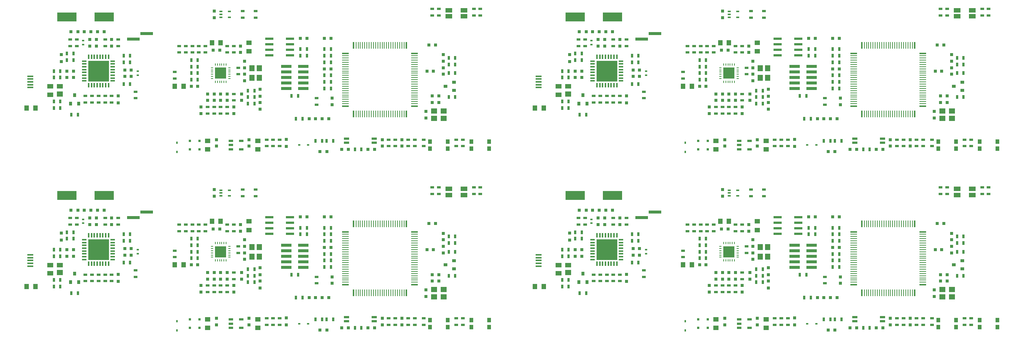
<source format=gbr>
G04 #@! TF.GenerationSoftware,KiCad,Pcbnew,(5.1.2)-1*
G04 #@! TF.CreationDate,2019-11-15T20:45:12-03:00*
G04 #@! TF.ProjectId,TP3-panel,5450332d-7061-46e6-956c-2e6b69636164,v1.0*
G04 #@! TF.SameCoordinates,Original*
G04 #@! TF.FileFunction,Paste,Top*
G04 #@! TF.FilePolarity,Positive*
%FSLAX46Y46*%
G04 Gerber Fmt 4.6, Leading zero omitted, Abs format (unit mm)*
G04 Created by KiCad (PCBNEW (5.1.2)-1) date 2019-11-15 20:45:12*
%MOMM*%
%LPD*%
G04 APERTURE LIST*
%ADD10C,0.100000*%
%ADD11R,0.900000X0.500000*%
%ADD12R,0.600000X0.450000*%
%ADD13R,0.450000X0.600000*%
%ADD14R,1.400000X1.000000*%
%ADD15R,1.400000X1.200000*%
%ADD16R,0.500000X0.500000*%
%ADD17R,2.400000X0.740000*%
%ADD18R,0.600000X0.400000*%
%ADD19R,0.800000X0.800000*%
%ADD20R,0.500000X0.900000*%
%ADD21R,0.900000X1.000000*%
%ADD22R,0.750000X0.800000*%
%ADD23R,0.800000X0.900000*%
%ADD24R,1.200000X0.600000*%
%ADD25R,1.200000X1.400000*%
%ADD26R,0.800000X0.750000*%
%ADD27R,1.250000X1.000000*%
%ADD28R,0.900000X0.800000*%
%ADD29R,4.500000X2.000000*%
%ADD30R,1.000000X1.250000*%
%ADD31R,0.650000X0.400000*%
%ADD32R,1.500000X1.000000*%
%ADD33R,2.590800X2.590800*%
%ADD34R,0.203200X0.609600*%
%ADD35R,0.609600X0.203200*%
%ADD36R,1.981200X0.558800*%
%ADD37R,1.117600X0.482600*%
%ADD38R,1.500000X0.400000*%
%ADD39R,1.500000X0.280000*%
%ADD40R,0.400000X1.500000*%
%ADD41R,0.280000X1.500000*%
%ADD42R,3.000000X0.650000*%
%ADD43R,0.310000X0.990000*%
%ADD44R,0.990000X0.310000*%
%ADD45R,4.700000X4.700000*%
%ADD46R,1.350000X0.400000*%
G04 APERTURE END LIST*
D10*
G36*
X173505000Y-107345333D02*
G01*
X173505000Y-109005000D01*
X171845333Y-109005000D01*
X171845333Y-107345333D01*
X173505000Y-107345333D01*
G37*
G36*
X171155000Y-104992420D02*
G01*
X171155000Y-106655000D01*
X169492420Y-106655000D01*
X169492420Y-104992420D01*
X171155000Y-104992420D01*
G37*
G36*
X173505000Y-104991290D02*
G01*
X173505000Y-106655000D01*
X171845638Y-106655000D01*
X171845638Y-104991290D01*
X173505000Y-104991290D01*
G37*
G36*
X171155000Y-107345158D02*
G01*
X171155000Y-109005000D01*
X169494080Y-109005000D01*
X169494080Y-107345158D01*
X171155000Y-107345158D01*
G37*
G36*
X57005000Y-107345333D02*
G01*
X57005000Y-109005000D01*
X55345333Y-109005000D01*
X55345333Y-107345333D01*
X57005000Y-107345333D01*
G37*
G36*
X54655000Y-104992420D02*
G01*
X54655000Y-106655000D01*
X52992420Y-106655000D01*
X52992420Y-104992420D01*
X54655000Y-104992420D01*
G37*
G36*
X57005000Y-104991290D02*
G01*
X57005000Y-106655000D01*
X55345638Y-106655000D01*
X55345638Y-104991290D01*
X57005000Y-104991290D01*
G37*
G36*
X54655000Y-107345158D02*
G01*
X54655000Y-109005000D01*
X52994080Y-109005000D01*
X52994080Y-107345158D01*
X54655000Y-107345158D01*
G37*
G36*
X173505000Y-66345333D02*
G01*
X173505000Y-68005000D01*
X171845333Y-68005000D01*
X171845333Y-66345333D01*
X173505000Y-66345333D01*
G37*
G36*
X171155000Y-63992420D02*
G01*
X171155000Y-65655000D01*
X169492420Y-65655000D01*
X169492420Y-63992420D01*
X171155000Y-63992420D01*
G37*
G36*
X173505000Y-63991290D02*
G01*
X173505000Y-65655000D01*
X171845638Y-65655000D01*
X171845638Y-63991290D01*
X173505000Y-63991290D01*
G37*
G36*
X171155000Y-66345158D02*
G01*
X171155000Y-68005000D01*
X169494080Y-68005000D01*
X169494080Y-66345158D01*
X171155000Y-66345158D01*
G37*
G36*
X54655000Y-66345158D02*
G01*
X54655000Y-68005000D01*
X52994080Y-68005000D01*
X52994080Y-66345158D01*
X54655000Y-66345158D01*
G37*
G36*
X57005000Y-63991290D02*
G01*
X57005000Y-65655000D01*
X55345638Y-65655000D01*
X55345638Y-63991290D01*
X57005000Y-63991290D01*
G37*
G36*
X54655000Y-63992420D02*
G01*
X54655000Y-65655000D01*
X52992420Y-65655000D01*
X52992420Y-63992420D01*
X54655000Y-63992420D01*
G37*
G36*
X57005000Y-66345333D02*
G01*
X57005000Y-68005000D01*
X55345333Y-68005000D01*
X55345333Y-66345333D01*
X57005000Y-66345333D01*
G37*
D11*
X189000000Y-108750000D03*
X189000000Y-107250000D03*
X72500000Y-108750000D03*
X72500000Y-107250000D03*
X189000000Y-67750000D03*
X189000000Y-66250000D03*
D12*
X219550000Y-124000000D03*
X217450000Y-124000000D03*
X103050000Y-124000000D03*
X100950000Y-124000000D03*
X219550000Y-83000000D03*
X217450000Y-83000000D03*
D13*
X189500000Y-123450000D03*
X189500000Y-125550000D03*
X73000000Y-123450000D03*
X73000000Y-125550000D03*
X189500000Y-82450000D03*
X189500000Y-84550000D03*
D14*
X160400000Y-112450000D03*
X160400000Y-110550000D03*
X162600000Y-110550000D03*
D15*
X162600000Y-112270000D03*
D14*
X43900000Y-112450000D03*
X43900000Y-110550000D03*
X46100000Y-110550000D03*
D15*
X46100000Y-112270000D03*
D14*
X160400000Y-71450000D03*
X160400000Y-69550000D03*
X162600000Y-69550000D03*
D15*
X162600000Y-71270000D03*
D16*
X192400000Y-123000000D03*
X194600000Y-123000000D03*
X75900000Y-123000000D03*
X78100000Y-123000000D03*
X192400000Y-82000000D03*
X194600000Y-82000000D03*
X192400000Y-125000000D03*
X194600000Y-125000000D03*
X75900000Y-125000000D03*
X78100000Y-125000000D03*
X192400000Y-84000000D03*
X194600000Y-84000000D03*
D17*
X218450000Y-111040000D03*
X214550000Y-111040000D03*
X218450000Y-109770000D03*
X214550000Y-109770000D03*
X218450000Y-108500000D03*
X214550000Y-108500000D03*
X218450000Y-107230000D03*
X214550000Y-107230000D03*
X218450000Y-105960000D03*
X214550000Y-105960000D03*
X101950000Y-111040000D03*
X98050000Y-111040000D03*
X101950000Y-109770000D03*
X98050000Y-109770000D03*
X101950000Y-108500000D03*
X98050000Y-108500000D03*
X101950000Y-107230000D03*
X98050000Y-107230000D03*
X101950000Y-105960000D03*
X98050000Y-105960000D03*
X218450000Y-70040000D03*
X214550000Y-70040000D03*
X218450000Y-68770000D03*
X214550000Y-68770000D03*
X218450000Y-67500000D03*
X214550000Y-67500000D03*
X218450000Y-66230000D03*
X214550000Y-66230000D03*
X218450000Y-64960000D03*
X214550000Y-64960000D03*
D18*
X168000000Y-100950000D03*
X168000000Y-100050000D03*
X51500000Y-100950000D03*
X51500000Y-100050000D03*
X168000000Y-59950000D03*
X168000000Y-59050000D03*
D19*
X214500000Y-122700000D03*
X214500000Y-124300000D03*
X98000000Y-122700000D03*
X98000000Y-124300000D03*
X214500000Y-81700000D03*
X214500000Y-83300000D03*
D20*
X218250000Y-118000000D03*
X216750000Y-118000000D03*
X101750000Y-118000000D03*
X100250000Y-118000000D03*
X218250000Y-77000000D03*
X216750000Y-77000000D03*
D21*
X251550000Y-124800000D03*
X251550000Y-123200000D03*
X247450000Y-124800000D03*
X247450000Y-123200000D03*
X135050000Y-124800000D03*
X135050000Y-123200000D03*
X130950000Y-124800000D03*
X130950000Y-123200000D03*
X251550000Y-83800000D03*
X251550000Y-82200000D03*
X247450000Y-83800000D03*
X247450000Y-82200000D03*
D19*
X223800000Y-125500000D03*
X222200000Y-125500000D03*
X107300000Y-125500000D03*
X105700000Y-125500000D03*
X223800000Y-84500000D03*
X222200000Y-84500000D03*
X176000000Y-114300000D03*
X176000000Y-112700000D03*
X59500000Y-114300000D03*
X59500000Y-112700000D03*
X176000000Y-73300000D03*
X176000000Y-71700000D03*
X163000000Y-104800000D03*
X163000000Y-103200000D03*
X46500000Y-104800000D03*
X46500000Y-103200000D03*
X163000000Y-63800000D03*
X163000000Y-62200000D03*
D22*
X225000000Y-113250000D03*
X225000000Y-114750000D03*
X108500000Y-113250000D03*
X108500000Y-114750000D03*
X225000000Y-72250000D03*
X225000000Y-73750000D03*
D23*
X166000000Y-112500000D03*
X166950000Y-114500000D03*
X165050000Y-114500000D03*
X49500000Y-112500000D03*
X50450000Y-114500000D03*
X48550000Y-114500000D03*
X166000000Y-71500000D03*
X166950000Y-73500000D03*
X165050000Y-73500000D03*
D24*
X228350000Y-122550000D03*
X234650000Y-122550000D03*
X234650000Y-123450000D03*
X228350000Y-123450000D03*
X111850000Y-122550000D03*
X118150000Y-122550000D03*
X118150000Y-123450000D03*
X111850000Y-123450000D03*
X228350000Y-81550000D03*
X234650000Y-81550000D03*
X234650000Y-82450000D03*
X228350000Y-82450000D03*
D25*
X208350000Y-106400000D03*
X208350000Y-108600000D03*
X206650000Y-108600000D03*
X206650000Y-106400000D03*
X91850000Y-106400000D03*
X91850000Y-108600000D03*
X90150000Y-108600000D03*
X90150000Y-106400000D03*
X208350000Y-65400000D03*
X208350000Y-67600000D03*
X206650000Y-67600000D03*
X206650000Y-65400000D03*
D26*
X194250000Y-110500000D03*
X192750000Y-110500000D03*
X77750000Y-110500000D03*
X76250000Y-110500000D03*
X194250000Y-69500000D03*
X192750000Y-69500000D03*
X248750000Y-101000000D03*
X247250000Y-101000000D03*
X132250000Y-101000000D03*
X130750000Y-101000000D03*
X248750000Y-60000000D03*
X247250000Y-60000000D03*
D22*
X241000000Y-124250000D03*
X241000000Y-122750000D03*
X124500000Y-124250000D03*
X124500000Y-122750000D03*
X241000000Y-83250000D03*
X241000000Y-81750000D03*
X202500000Y-116750000D03*
X202500000Y-115250000D03*
X86000000Y-116750000D03*
X86000000Y-115250000D03*
X202500000Y-75750000D03*
X202500000Y-74250000D03*
X248000000Y-112750000D03*
X248000000Y-114250000D03*
X131500000Y-112750000D03*
X131500000Y-114250000D03*
X248000000Y-71750000D03*
X248000000Y-73250000D03*
D19*
X208500000Y-112800000D03*
X208500000Y-111200000D03*
X92000000Y-112800000D03*
X92000000Y-111200000D03*
X208500000Y-71800000D03*
X208500000Y-70200000D03*
D21*
X261050000Y-124800000D03*
X261050000Y-123200000D03*
X256950000Y-124800000D03*
X256950000Y-123200000D03*
X144550000Y-124800000D03*
X144550000Y-123200000D03*
X140450000Y-124800000D03*
X140450000Y-123200000D03*
X261050000Y-83800000D03*
X261050000Y-82200000D03*
X256950000Y-83800000D03*
X256950000Y-82200000D03*
D27*
X206000000Y-100500000D03*
X206000000Y-102500000D03*
X89500000Y-100500000D03*
X89500000Y-102500000D03*
X206000000Y-59500000D03*
X206000000Y-61500000D03*
D26*
X248250000Y-107000000D03*
X246750000Y-107000000D03*
X131750000Y-107000000D03*
X130250000Y-107000000D03*
X248250000Y-66000000D03*
X246750000Y-66000000D03*
X224250000Y-118000000D03*
X222750000Y-118000000D03*
X107750000Y-118000000D03*
X106250000Y-118000000D03*
X224250000Y-77000000D03*
X222750000Y-77000000D03*
D22*
X195000000Y-116750000D03*
X195000000Y-115250000D03*
X78500000Y-116750000D03*
X78500000Y-115250000D03*
X195000000Y-75750000D03*
X195000000Y-74250000D03*
X198000000Y-112250000D03*
X198000000Y-113750000D03*
X81500000Y-112250000D03*
X81500000Y-113750000D03*
X198000000Y-71250000D03*
X198000000Y-72750000D03*
D28*
X251000000Y-110500000D03*
X253000000Y-109550000D03*
X253000000Y-111450000D03*
X134500000Y-110500000D03*
X136500000Y-109550000D03*
X136500000Y-111450000D03*
X251000000Y-69500000D03*
X253000000Y-68550000D03*
X253000000Y-70450000D03*
D29*
X164250000Y-94600000D03*
X172750000Y-94600000D03*
X47750000Y-94600000D03*
X56250000Y-94600000D03*
X164250000Y-53600000D03*
X172750000Y-53600000D03*
D30*
X189000000Y-110500000D03*
X191000000Y-110500000D03*
X72500000Y-110500000D03*
X74500000Y-110500000D03*
X189000000Y-69500000D03*
X191000000Y-69500000D03*
D20*
X162750000Y-115500000D03*
X161250000Y-115500000D03*
X46250000Y-115500000D03*
X44750000Y-115500000D03*
X162750000Y-74500000D03*
X161250000Y-74500000D03*
D19*
X208500000Y-115800000D03*
X208500000Y-114200000D03*
X92000000Y-115800000D03*
X92000000Y-114200000D03*
X208500000Y-74800000D03*
X208500000Y-73200000D03*
D22*
X249500000Y-112750000D03*
X249500000Y-114250000D03*
X133000000Y-112750000D03*
X133000000Y-114250000D03*
X249500000Y-71750000D03*
X249500000Y-73250000D03*
D26*
X233250000Y-125000000D03*
X234750000Y-125000000D03*
X116750000Y-125000000D03*
X118250000Y-125000000D03*
X233250000Y-84000000D03*
X234750000Y-84000000D03*
X224750000Y-99500000D03*
X223250000Y-99500000D03*
X108250000Y-99500000D03*
X106750000Y-99500000D03*
X224750000Y-58500000D03*
X223250000Y-58500000D03*
D18*
X180500000Y-107050000D03*
X180500000Y-107950000D03*
X64000000Y-107050000D03*
X64000000Y-107950000D03*
X180500000Y-66050000D03*
X180500000Y-66950000D03*
D19*
X166800000Y-98000000D03*
X165200000Y-98000000D03*
X50300000Y-98000000D03*
X48700000Y-98000000D03*
X166800000Y-57000000D03*
X165200000Y-57000000D03*
D15*
X250600000Y-117850000D03*
X248400000Y-117850000D03*
X248400000Y-116150000D03*
X250600000Y-116150000D03*
X134100000Y-117850000D03*
X131900000Y-117850000D03*
X131900000Y-116150000D03*
X134100000Y-116150000D03*
X250600000Y-76850000D03*
X248400000Y-76850000D03*
X248400000Y-75150000D03*
X250600000Y-75150000D03*
D22*
X250500000Y-103250000D03*
X250500000Y-104750000D03*
X134000000Y-103250000D03*
X134000000Y-104750000D03*
X250500000Y-62250000D03*
X250500000Y-63750000D03*
X250500000Y-106250000D03*
X250500000Y-107750000D03*
X134000000Y-106250000D03*
X134000000Y-107750000D03*
X250500000Y-65250000D03*
X250500000Y-66750000D03*
X236500000Y-124250000D03*
X236500000Y-122750000D03*
X120000000Y-124250000D03*
X120000000Y-122750000D03*
X236500000Y-83250000D03*
X236500000Y-81750000D03*
X204250000Y-113750000D03*
X204250000Y-112250000D03*
X87750000Y-113750000D03*
X87750000Y-112250000D03*
X204250000Y-72750000D03*
X204250000Y-71250000D03*
D31*
X201450000Y-93350000D03*
X201450000Y-94650000D03*
X199550000Y-94000000D03*
X199550000Y-94650000D03*
X199550000Y-93350000D03*
X84950000Y-93350000D03*
X84950000Y-94650000D03*
X83050000Y-94000000D03*
X83050000Y-94650000D03*
X83050000Y-93350000D03*
X201450000Y-52350000D03*
X201450000Y-53650000D03*
X199550000Y-53000000D03*
X199550000Y-53650000D03*
X199550000Y-52350000D03*
D26*
X227250000Y-125000000D03*
X228750000Y-125000000D03*
X110750000Y-125000000D03*
X112250000Y-125000000D03*
X227250000Y-84000000D03*
X228750000Y-84000000D03*
X197750000Y-102250000D03*
X199250000Y-102250000D03*
X81250000Y-102250000D03*
X82750000Y-102250000D03*
X197750000Y-61250000D03*
X199250000Y-61250000D03*
X224750000Y-106500000D03*
X223250000Y-106500000D03*
X108250000Y-106500000D03*
X106750000Y-106500000D03*
X224750000Y-65500000D03*
X223250000Y-65500000D03*
D22*
X204000000Y-102750000D03*
X204000000Y-101250000D03*
X87500000Y-102750000D03*
X87500000Y-101250000D03*
X204000000Y-61750000D03*
X204000000Y-60250000D03*
D30*
X199500000Y-100500000D03*
X197500000Y-100500000D03*
X83000000Y-100500000D03*
X81000000Y-100500000D03*
X199500000Y-59500000D03*
X197500000Y-59500000D03*
D22*
X246500000Y-116250000D03*
X246500000Y-117750000D03*
X130000000Y-116250000D03*
X130000000Y-117750000D03*
X246500000Y-75250000D03*
X246500000Y-76750000D03*
D26*
X219750000Y-118000000D03*
X221250000Y-118000000D03*
X103250000Y-118000000D03*
X104750000Y-118000000D03*
X219750000Y-77000000D03*
X221250000Y-77000000D03*
D22*
X196500000Y-112250000D03*
X196500000Y-113750000D03*
X80000000Y-112250000D03*
X80000000Y-113750000D03*
X196500000Y-71250000D03*
X196500000Y-72750000D03*
D26*
X165750000Y-107000000D03*
X164250000Y-107000000D03*
X49250000Y-107000000D03*
X47750000Y-107000000D03*
X165750000Y-66000000D03*
X164250000Y-66000000D03*
X217750000Y-99500000D03*
X219250000Y-99500000D03*
X101250000Y-99500000D03*
X102750000Y-99500000D03*
X217750000Y-58500000D03*
X219250000Y-58500000D03*
D22*
X171000000Y-101250000D03*
X171000000Y-99750000D03*
X54500000Y-101250000D03*
X54500000Y-99750000D03*
X171000000Y-60250000D03*
X171000000Y-58750000D03*
X205000000Y-106250000D03*
X205000000Y-104750000D03*
X88500000Y-106250000D03*
X88500000Y-104750000D03*
X205000000Y-65250000D03*
X205000000Y-63750000D03*
X174500000Y-101250000D03*
X174500000Y-99750000D03*
X58000000Y-101250000D03*
X58000000Y-99750000D03*
X174500000Y-60250000D03*
X174500000Y-58750000D03*
X198500000Y-124250000D03*
X198500000Y-122750000D03*
X82000000Y-124250000D03*
X82000000Y-122750000D03*
X198500000Y-83250000D03*
X198500000Y-81750000D03*
X205000000Y-107750000D03*
X205000000Y-109250000D03*
X88500000Y-107750000D03*
X88500000Y-109250000D03*
X205000000Y-66750000D03*
X205000000Y-68250000D03*
X169500000Y-101250000D03*
X169500000Y-99750000D03*
X53000000Y-101250000D03*
X53000000Y-99750000D03*
X169500000Y-60250000D03*
X169500000Y-58750000D03*
X198000000Y-94750000D03*
X198000000Y-93250000D03*
X81500000Y-94750000D03*
X81500000Y-93250000D03*
X198000000Y-53750000D03*
X198000000Y-52250000D03*
X179000000Y-108250000D03*
X179000000Y-106750000D03*
X62500000Y-108250000D03*
X62500000Y-106750000D03*
X179000000Y-67250000D03*
X179000000Y-65750000D03*
D26*
X168250000Y-98000000D03*
X169750000Y-98000000D03*
X51750000Y-98000000D03*
X53250000Y-98000000D03*
X168250000Y-57000000D03*
X169750000Y-57000000D03*
X165750000Y-108500000D03*
X164250000Y-108500000D03*
X49250000Y-108500000D03*
X47750000Y-108500000D03*
X165750000Y-67500000D03*
X164250000Y-67500000D03*
D30*
X155000000Y-115500000D03*
X157000000Y-115500000D03*
X38500000Y-115500000D03*
X40500000Y-115500000D03*
X155000000Y-74500000D03*
X157000000Y-74500000D03*
D27*
X196500000Y-123000000D03*
X196500000Y-125000000D03*
X80000000Y-123000000D03*
X80000000Y-125000000D03*
X196500000Y-82000000D03*
X196500000Y-84000000D03*
D22*
X201000000Y-112250000D03*
X201000000Y-113750000D03*
X84500000Y-112250000D03*
X84500000Y-113750000D03*
X201000000Y-71250000D03*
X201000000Y-72750000D03*
X177500000Y-108250000D03*
X177500000Y-106750000D03*
X61000000Y-108250000D03*
X61000000Y-106750000D03*
X177500000Y-67250000D03*
X177500000Y-65750000D03*
X199500000Y-112250000D03*
X199500000Y-113750000D03*
X83000000Y-112250000D03*
X83000000Y-113750000D03*
X199500000Y-71250000D03*
X199500000Y-72750000D03*
D26*
X171250000Y-98000000D03*
X172750000Y-98000000D03*
X54750000Y-98000000D03*
X56250000Y-98000000D03*
X171250000Y-57000000D03*
X172750000Y-57000000D03*
D22*
X206000000Y-124250000D03*
X206000000Y-122750000D03*
X89500000Y-124250000D03*
X89500000Y-122750000D03*
X206000000Y-83250000D03*
X206000000Y-81750000D03*
D27*
X208000000Y-123000000D03*
X208000000Y-125000000D03*
X91500000Y-123000000D03*
X91500000Y-125000000D03*
X208000000Y-82000000D03*
X208000000Y-84000000D03*
D20*
X223250000Y-108000000D03*
X224750000Y-108000000D03*
X106750000Y-108000000D03*
X108250000Y-108000000D03*
X223250000Y-67000000D03*
X224750000Y-67000000D03*
D11*
X249500000Y-92750000D03*
X249500000Y-94250000D03*
X133000000Y-92750000D03*
X133000000Y-94250000D03*
X249500000Y-51750000D03*
X249500000Y-53250000D03*
X248000000Y-94250000D03*
X248000000Y-92750000D03*
X131500000Y-94250000D03*
X131500000Y-92750000D03*
X248000000Y-53250000D03*
X248000000Y-51750000D03*
D20*
X253250000Y-113000000D03*
X251750000Y-113000000D03*
X136750000Y-113000000D03*
X135250000Y-113000000D03*
X253250000Y-72000000D03*
X251750000Y-72000000D03*
D11*
X257500000Y-94250000D03*
X257500000Y-92750000D03*
X141000000Y-94250000D03*
X141000000Y-92750000D03*
X257500000Y-53250000D03*
X257500000Y-51750000D03*
X259000000Y-94250000D03*
X259000000Y-92750000D03*
X142500000Y-94250000D03*
X142500000Y-92750000D03*
X259000000Y-53250000D03*
X259000000Y-51750000D03*
D20*
X253250000Y-107500000D03*
X251750000Y-107500000D03*
X136750000Y-107500000D03*
X135250000Y-107500000D03*
X253250000Y-66500000D03*
X251750000Y-66500000D03*
D11*
X242500000Y-122750000D03*
X242500000Y-124250000D03*
X126000000Y-122750000D03*
X126000000Y-124250000D03*
X242500000Y-81750000D03*
X242500000Y-83250000D03*
X244000000Y-122750000D03*
X244000000Y-124250000D03*
X127500000Y-122750000D03*
X127500000Y-124250000D03*
X244000000Y-81750000D03*
X244000000Y-83250000D03*
D20*
X223250000Y-103500000D03*
X224750000Y-103500000D03*
X106750000Y-103500000D03*
X108250000Y-103500000D03*
X223250000Y-62500000D03*
X224750000Y-62500000D03*
X215750000Y-112750000D03*
X217250000Y-112750000D03*
X99250000Y-112750000D03*
X100750000Y-112750000D03*
X215750000Y-71750000D03*
X217250000Y-71750000D03*
X253250000Y-105500000D03*
X251750000Y-105500000D03*
X136750000Y-105500000D03*
X135250000Y-105500000D03*
X253250000Y-64500000D03*
X251750000Y-64500000D03*
X253250000Y-104000000D03*
X251750000Y-104000000D03*
X136750000Y-104000000D03*
X135250000Y-104000000D03*
X253250000Y-63000000D03*
X251750000Y-63000000D03*
X223250000Y-105000000D03*
X224750000Y-105000000D03*
X106750000Y-105000000D03*
X108250000Y-105000000D03*
X223250000Y-64000000D03*
X224750000Y-64000000D03*
X223250000Y-102000000D03*
X224750000Y-102000000D03*
X106750000Y-102000000D03*
X108250000Y-102000000D03*
X223250000Y-61000000D03*
X224750000Y-61000000D03*
X223250000Y-111000000D03*
X224750000Y-111000000D03*
X106750000Y-111000000D03*
X108250000Y-111000000D03*
X223250000Y-70000000D03*
X224750000Y-70000000D03*
D11*
X239500000Y-122750000D03*
X239500000Y-124250000D03*
X123000000Y-122750000D03*
X123000000Y-124250000D03*
X239500000Y-81750000D03*
X239500000Y-83250000D03*
D20*
X223750000Y-123000000D03*
X225250000Y-123000000D03*
X107250000Y-123000000D03*
X108750000Y-123000000D03*
X223750000Y-82000000D03*
X225250000Y-82000000D03*
X221250000Y-123000000D03*
X222750000Y-123000000D03*
X104750000Y-123000000D03*
X106250000Y-123000000D03*
X221250000Y-82000000D03*
X222750000Y-82000000D03*
X231750000Y-125000000D03*
X230250000Y-125000000D03*
X115250000Y-125000000D03*
X113750000Y-125000000D03*
X231750000Y-84000000D03*
X230250000Y-84000000D03*
D11*
X246000000Y-122750000D03*
X246000000Y-124250000D03*
X129500000Y-122750000D03*
X129500000Y-124250000D03*
X246000000Y-81750000D03*
X246000000Y-83250000D03*
X201000000Y-115250000D03*
X201000000Y-116750000D03*
X84500000Y-115250000D03*
X84500000Y-116750000D03*
X201000000Y-74250000D03*
X201000000Y-75750000D03*
X201000000Y-101250000D03*
X201000000Y-102750000D03*
X84500000Y-101250000D03*
X84500000Y-102750000D03*
X201000000Y-60250000D03*
X201000000Y-61750000D03*
X193000000Y-102750000D03*
X193000000Y-101250000D03*
X76500000Y-102750000D03*
X76500000Y-101250000D03*
X193000000Y-61750000D03*
X193000000Y-60250000D03*
X202500000Y-112250000D03*
X202500000Y-113750000D03*
X86000000Y-112250000D03*
X86000000Y-113750000D03*
X202500000Y-71250000D03*
X202500000Y-72750000D03*
D20*
X161250000Y-114000000D03*
X162750000Y-114000000D03*
X44750000Y-114000000D03*
X46250000Y-114000000D03*
X161250000Y-73000000D03*
X162750000Y-73000000D03*
X217750000Y-103500000D03*
X219250000Y-103500000D03*
X101250000Y-103500000D03*
X102750000Y-103500000D03*
X217750000Y-62500000D03*
X219250000Y-62500000D03*
X177250000Y-110000000D03*
X178750000Y-110000000D03*
X60750000Y-110000000D03*
X62250000Y-110000000D03*
X177250000Y-69000000D03*
X178750000Y-69000000D03*
X192750000Y-107500000D03*
X194250000Y-107500000D03*
X76250000Y-107500000D03*
X77750000Y-107500000D03*
X192750000Y-66500000D03*
X194250000Y-66500000D03*
D11*
X210000000Y-122750000D03*
X210000000Y-124250000D03*
X93500000Y-122750000D03*
X93500000Y-124250000D03*
X210000000Y-81750000D03*
X210000000Y-83250000D03*
X170000000Y-112750000D03*
X170000000Y-114250000D03*
X53500000Y-112750000D03*
X53500000Y-114250000D03*
X170000000Y-71750000D03*
X170000000Y-73250000D03*
X196500000Y-115250000D03*
X196500000Y-116750000D03*
X80000000Y-115250000D03*
X80000000Y-116750000D03*
X196500000Y-74250000D03*
X196500000Y-75750000D03*
X204500000Y-93250000D03*
X204500000Y-94750000D03*
X88000000Y-93250000D03*
X88000000Y-94750000D03*
X204500000Y-52250000D03*
X204500000Y-53750000D03*
X196000000Y-101250000D03*
X196000000Y-102750000D03*
X79500000Y-101250000D03*
X79500000Y-102750000D03*
X196000000Y-60250000D03*
X196000000Y-61750000D03*
X191500000Y-101250000D03*
X191500000Y-102750000D03*
X75000000Y-101250000D03*
X75000000Y-102750000D03*
X191500000Y-60250000D03*
X191500000Y-61750000D03*
D20*
X192750000Y-109000000D03*
X194250000Y-109000000D03*
X76250000Y-109000000D03*
X77750000Y-109000000D03*
X192750000Y-68000000D03*
X194250000Y-68000000D03*
X192750000Y-106000000D03*
X194250000Y-106000000D03*
X76250000Y-106000000D03*
X77750000Y-106000000D03*
X192750000Y-65000000D03*
X194250000Y-65000000D03*
X164250000Y-103000000D03*
X165750000Y-103000000D03*
X47750000Y-103000000D03*
X49250000Y-103000000D03*
X164250000Y-62000000D03*
X165750000Y-62000000D03*
D11*
X171500000Y-112750000D03*
X171500000Y-114250000D03*
X55000000Y-112750000D03*
X55000000Y-114250000D03*
X171500000Y-71750000D03*
X171500000Y-73250000D03*
X190000000Y-102750000D03*
X190000000Y-101250000D03*
X73500000Y-102750000D03*
X73500000Y-101250000D03*
X190000000Y-61750000D03*
X190000000Y-60250000D03*
D20*
X192750000Y-104500000D03*
X194250000Y-104500000D03*
X76250000Y-104500000D03*
X77750000Y-104500000D03*
X192750000Y-63500000D03*
X194250000Y-63500000D03*
D11*
X176000000Y-99750000D03*
X176000000Y-101250000D03*
X59500000Y-99750000D03*
X59500000Y-101250000D03*
X176000000Y-58750000D03*
X176000000Y-60250000D03*
X165000000Y-101250000D03*
X165000000Y-99750000D03*
X48500000Y-101250000D03*
X48500000Y-99750000D03*
X165000000Y-60250000D03*
X165000000Y-58750000D03*
D20*
X177250000Y-105000000D03*
X178750000Y-105000000D03*
X60750000Y-105000000D03*
X62250000Y-105000000D03*
X177250000Y-64000000D03*
X178750000Y-64000000D03*
D11*
X207500000Y-93250000D03*
X207500000Y-94750000D03*
X91000000Y-93250000D03*
X91000000Y-94750000D03*
X207500000Y-52250000D03*
X207500000Y-53750000D03*
X168500000Y-114250000D03*
X168500000Y-112750000D03*
X52000000Y-114250000D03*
X52000000Y-112750000D03*
X168500000Y-73250000D03*
X168500000Y-71750000D03*
D20*
X161250000Y-108500000D03*
X162750000Y-108500000D03*
X44750000Y-108500000D03*
X46250000Y-108500000D03*
X161250000Y-67500000D03*
X162750000Y-67500000D03*
X205750000Y-111500000D03*
X207250000Y-111500000D03*
X89250000Y-111500000D03*
X90750000Y-111500000D03*
X205750000Y-70500000D03*
X207250000Y-70500000D03*
D11*
X202500000Y-101250000D03*
X202500000Y-102750000D03*
X86000000Y-101250000D03*
X86000000Y-102750000D03*
X202500000Y-60250000D03*
X202500000Y-61750000D03*
X198000000Y-115250000D03*
X198000000Y-116750000D03*
X81500000Y-115250000D03*
X81500000Y-116750000D03*
X198000000Y-74250000D03*
X198000000Y-75750000D03*
D20*
X223250000Y-109500000D03*
X224750000Y-109500000D03*
X106750000Y-109500000D03*
X108250000Y-109500000D03*
X223250000Y-68500000D03*
X224750000Y-68500000D03*
D11*
X194500000Y-101250000D03*
X194500000Y-102750000D03*
X78000000Y-101250000D03*
X78000000Y-102750000D03*
X194500000Y-60250000D03*
X194500000Y-61750000D03*
D20*
X205750000Y-114500000D03*
X207250000Y-114500000D03*
X89250000Y-114500000D03*
X90750000Y-114500000D03*
X205750000Y-73500000D03*
X207250000Y-73500000D03*
D11*
X173000000Y-101250000D03*
X173000000Y-99750000D03*
X56500000Y-101250000D03*
X56500000Y-99750000D03*
X173000000Y-60250000D03*
X173000000Y-58750000D03*
D20*
X217750000Y-102000000D03*
X219250000Y-102000000D03*
X101250000Y-102000000D03*
X102750000Y-102000000D03*
X217750000Y-61000000D03*
X219250000Y-61000000D03*
D11*
X180000000Y-113250000D03*
X180000000Y-111750000D03*
X63500000Y-113250000D03*
X63500000Y-111750000D03*
X180000000Y-72250000D03*
X180000000Y-70750000D03*
X255000000Y-122750000D03*
X255000000Y-124250000D03*
X138500000Y-122750000D03*
X138500000Y-124250000D03*
X255000000Y-81750000D03*
X255000000Y-83250000D03*
X199500000Y-115250000D03*
X199500000Y-116750000D03*
X83000000Y-115250000D03*
X83000000Y-116750000D03*
X199500000Y-74250000D03*
X199500000Y-75750000D03*
X173000000Y-112750000D03*
X173000000Y-114250000D03*
X56500000Y-112750000D03*
X56500000Y-114250000D03*
X173000000Y-71750000D03*
X173000000Y-73250000D03*
X203500000Y-106250000D03*
X203500000Y-107750000D03*
X87000000Y-106250000D03*
X87000000Y-107750000D03*
X203500000Y-65250000D03*
X203500000Y-66750000D03*
D20*
X166750000Y-117000000D03*
X165250000Y-117000000D03*
X50250000Y-117000000D03*
X48750000Y-117000000D03*
X166750000Y-76000000D03*
X165250000Y-76000000D03*
X161250000Y-107000000D03*
X162750000Y-107000000D03*
X44750000Y-107000000D03*
X46250000Y-107000000D03*
X161250000Y-66000000D03*
X162750000Y-66000000D03*
D11*
X174500000Y-112750000D03*
X174500000Y-114250000D03*
X58000000Y-112750000D03*
X58000000Y-114250000D03*
X174500000Y-71750000D03*
X174500000Y-73250000D03*
X213000000Y-124250000D03*
X213000000Y-122750000D03*
X96500000Y-124250000D03*
X96500000Y-122750000D03*
X213000000Y-83250000D03*
X213000000Y-81750000D03*
X221500000Y-114750000D03*
X221500000Y-113250000D03*
X105000000Y-114750000D03*
X105000000Y-113250000D03*
X221500000Y-73750000D03*
X221500000Y-72250000D03*
X166500000Y-101250000D03*
X166500000Y-99750000D03*
X50000000Y-101250000D03*
X50000000Y-99750000D03*
X166500000Y-60250000D03*
X166500000Y-58750000D03*
D20*
X165750000Y-104500000D03*
X164250000Y-104500000D03*
X49250000Y-104500000D03*
X47750000Y-104500000D03*
X165750000Y-63500000D03*
X164250000Y-63500000D03*
D11*
X211500000Y-122750000D03*
X211500000Y-124250000D03*
X95000000Y-122750000D03*
X95000000Y-124250000D03*
X211500000Y-81750000D03*
X211500000Y-83250000D03*
D20*
X177250000Y-103500000D03*
X178750000Y-103500000D03*
X60750000Y-103500000D03*
X62250000Y-103500000D03*
X177250000Y-62500000D03*
X178750000Y-62500000D03*
D32*
X255250000Y-94450000D03*
X255250000Y-93050000D03*
X251750000Y-94450000D03*
X251750000Y-93050000D03*
X138750000Y-94450000D03*
X138750000Y-93050000D03*
X135250000Y-94450000D03*
X135250000Y-93050000D03*
X255250000Y-53450000D03*
X255250000Y-52050000D03*
X251750000Y-53450000D03*
X251750000Y-52050000D03*
D20*
X205750000Y-113000000D03*
X207250000Y-113000000D03*
X89250000Y-113000000D03*
X90750000Y-113000000D03*
X205750000Y-72000000D03*
X207250000Y-72000000D03*
D11*
X238000000Y-124250000D03*
X238000000Y-122750000D03*
X121500000Y-124250000D03*
X121500000Y-122750000D03*
X238000000Y-83250000D03*
X238000000Y-81750000D03*
D33*
X199500000Y-107500000D03*
D34*
X200750000Y-109506600D03*
X200250001Y-109506600D03*
X199750000Y-109506600D03*
X199250000Y-109506600D03*
X198749999Y-109506600D03*
X198250000Y-109506600D03*
D35*
X197493400Y-108750000D03*
X197493400Y-108250001D03*
X197493400Y-107750000D03*
X197493400Y-107250000D03*
X197493400Y-106749999D03*
X197493400Y-106250000D03*
D34*
X198250000Y-105493400D03*
X198749999Y-105493400D03*
X199250000Y-105493400D03*
X199750000Y-105493400D03*
X200250001Y-105493400D03*
X200750000Y-105493400D03*
D35*
X201506600Y-106250000D03*
X201506600Y-106749999D03*
X201506600Y-107250000D03*
X201506600Y-107750000D03*
X201506600Y-108250001D03*
X201506600Y-108750000D03*
D33*
X83000000Y-107500000D03*
D34*
X84250000Y-109506600D03*
X83750001Y-109506600D03*
X83250000Y-109506600D03*
X82750000Y-109506600D03*
X82249999Y-109506600D03*
X81750000Y-109506600D03*
D35*
X80993400Y-108750000D03*
X80993400Y-108250001D03*
X80993400Y-107750000D03*
X80993400Y-107250000D03*
X80993400Y-106749999D03*
X80993400Y-106250000D03*
D34*
X81750000Y-105493400D03*
X82249999Y-105493400D03*
X82750000Y-105493400D03*
X83250000Y-105493400D03*
X83750001Y-105493400D03*
X84250000Y-105493400D03*
D35*
X85006600Y-106250000D03*
X85006600Y-106749999D03*
X85006600Y-107250000D03*
X85006600Y-107750000D03*
X85006600Y-108250001D03*
X85006600Y-108750000D03*
D33*
X199500000Y-66500000D03*
D34*
X200750000Y-68506600D03*
X200250001Y-68506600D03*
X199750000Y-68506600D03*
X199250000Y-68506600D03*
X198749999Y-68506600D03*
X198250000Y-68506600D03*
D35*
X197493400Y-67750000D03*
X197493400Y-67250001D03*
X197493400Y-66750000D03*
X197493400Y-66250000D03*
X197493400Y-65749999D03*
X197493400Y-65250000D03*
D34*
X198250000Y-64493400D03*
X198749999Y-64493400D03*
X199250000Y-64493400D03*
X199750000Y-64493400D03*
X200250001Y-64493400D03*
X200750000Y-64493400D03*
D35*
X201506600Y-65250000D03*
X201506600Y-65749999D03*
X201506600Y-66250000D03*
X201506600Y-66750000D03*
X201506600Y-67250001D03*
X201506600Y-67750000D03*
D36*
X210637800Y-99595000D03*
X210637800Y-100865000D03*
X210637800Y-102135000D03*
X210637800Y-103405000D03*
X215362200Y-103405000D03*
X215362200Y-102135000D03*
X215362200Y-100865000D03*
X215362200Y-99595000D03*
X94137800Y-99595000D03*
X94137800Y-100865000D03*
X94137800Y-102135000D03*
X94137800Y-103405000D03*
X98862200Y-103405000D03*
X98862200Y-102135000D03*
X98862200Y-100865000D03*
X98862200Y-99595000D03*
X210637800Y-58595000D03*
X210637800Y-59865000D03*
X210637800Y-61135000D03*
X210637800Y-62405000D03*
X215362200Y-62405000D03*
X215362200Y-61135000D03*
X215362200Y-59865000D03*
X215362200Y-58595000D03*
D37*
X204193800Y-123049999D03*
X204193800Y-124950001D03*
X201806200Y-124950001D03*
X201806200Y-124000000D03*
X201806200Y-123049999D03*
X87693800Y-123049999D03*
X87693800Y-124950001D03*
X85306200Y-124950001D03*
X85306200Y-124000000D03*
X85306200Y-123049999D03*
X204193800Y-82049999D03*
X204193800Y-83950001D03*
X201806200Y-83950001D03*
X201806200Y-83000000D03*
X201806200Y-82049999D03*
D11*
X253500000Y-122750000D03*
X253500000Y-124250000D03*
X137000000Y-122750000D03*
X137000000Y-124250000D03*
X253500000Y-81750000D03*
X253500000Y-83250000D03*
D38*
X228100000Y-115060000D03*
D39*
X228100000Y-114500000D03*
X228100000Y-114000000D03*
X228100000Y-113500000D03*
X228100000Y-113000000D03*
X228100000Y-112500000D03*
X228100000Y-112000000D03*
X228100000Y-111500000D03*
X228100000Y-111000000D03*
X228100000Y-110500000D03*
X228100000Y-110000000D03*
X228100000Y-109500000D03*
X228100000Y-109000000D03*
X228100000Y-108500000D03*
X228100000Y-108000000D03*
X228100000Y-107500000D03*
X228100000Y-107000000D03*
X228100000Y-106500000D03*
X228100000Y-106000000D03*
X228100000Y-105500000D03*
X228100000Y-105000000D03*
X228100000Y-104500000D03*
X228100000Y-104000000D03*
X228100000Y-103500000D03*
D38*
X228100000Y-102940000D03*
D40*
X229940000Y-101100000D03*
D41*
X230500000Y-101100000D03*
X231000000Y-101100000D03*
X231500000Y-101100000D03*
X232000000Y-101100000D03*
X232500000Y-101100000D03*
X233000000Y-101100000D03*
X233500000Y-101100000D03*
X234000000Y-101100000D03*
X234500000Y-101100000D03*
X235000000Y-101100000D03*
X235500000Y-101100000D03*
X236000000Y-101100000D03*
X236500000Y-101100000D03*
X237000000Y-101100000D03*
X237500000Y-101100000D03*
X238000000Y-101100000D03*
X238500000Y-101100000D03*
X239000000Y-101100000D03*
X239500000Y-101100000D03*
X240000000Y-101100000D03*
X240500000Y-101100000D03*
X241000000Y-101100000D03*
X241500000Y-101100000D03*
D40*
X242060000Y-101100000D03*
D38*
X243900000Y-102940000D03*
D39*
X243900000Y-103500000D03*
X243900000Y-104000000D03*
X243900000Y-104500000D03*
X243900000Y-105000000D03*
X243900000Y-105500000D03*
X243900000Y-106000000D03*
X243900000Y-106500000D03*
X243900000Y-107000000D03*
X243900000Y-107500000D03*
X243900000Y-108000000D03*
X243900000Y-108500000D03*
X243900000Y-109000000D03*
X243900000Y-109500000D03*
X243900000Y-110000000D03*
X243900000Y-110500000D03*
X243900000Y-111000000D03*
X243900000Y-111500000D03*
X243900000Y-112000000D03*
X243900000Y-112500000D03*
X243900000Y-113000000D03*
X243900000Y-113500000D03*
X243900000Y-114000000D03*
X243900000Y-114500000D03*
D38*
X243900000Y-115060000D03*
D40*
X242060000Y-116900000D03*
D41*
X241500000Y-116900000D03*
X241000000Y-116900000D03*
X240500000Y-116900000D03*
X240000000Y-116900000D03*
X239500000Y-116900000D03*
X239000000Y-116900000D03*
X238500000Y-116900000D03*
X238000000Y-116900000D03*
X237500000Y-116900000D03*
X237000000Y-116900000D03*
X236500000Y-116900000D03*
X236000000Y-116900000D03*
X235500000Y-116900000D03*
X235000000Y-116900000D03*
X234500000Y-116900000D03*
X234000000Y-116900000D03*
X233500000Y-116900000D03*
X233000000Y-116900000D03*
X232500000Y-116900000D03*
X232000000Y-116900000D03*
X231500000Y-116900000D03*
X231000000Y-116900000D03*
X230500000Y-116900000D03*
D40*
X229940000Y-116900000D03*
D38*
X111600000Y-115060000D03*
D39*
X111600000Y-114500000D03*
X111600000Y-114000000D03*
X111600000Y-113500000D03*
X111600000Y-113000000D03*
X111600000Y-112500000D03*
X111600000Y-112000000D03*
X111600000Y-111500000D03*
X111600000Y-111000000D03*
X111600000Y-110500000D03*
X111600000Y-110000000D03*
X111600000Y-109500000D03*
X111600000Y-109000000D03*
X111600000Y-108500000D03*
X111600000Y-108000000D03*
X111600000Y-107500000D03*
X111600000Y-107000000D03*
X111600000Y-106500000D03*
X111600000Y-106000000D03*
X111600000Y-105500000D03*
X111600000Y-105000000D03*
X111600000Y-104500000D03*
X111600000Y-104000000D03*
X111600000Y-103500000D03*
D38*
X111600000Y-102940000D03*
D40*
X113440000Y-101100000D03*
D41*
X114000000Y-101100000D03*
X114500000Y-101100000D03*
X115000000Y-101100000D03*
X115500000Y-101100000D03*
X116000000Y-101100000D03*
X116500000Y-101100000D03*
X117000000Y-101100000D03*
X117500000Y-101100000D03*
X118000000Y-101100000D03*
X118500000Y-101100000D03*
X119000000Y-101100000D03*
X119500000Y-101100000D03*
X120000000Y-101100000D03*
X120500000Y-101100000D03*
X121000000Y-101100000D03*
X121500000Y-101100000D03*
X122000000Y-101100000D03*
X122500000Y-101100000D03*
X123000000Y-101100000D03*
X123500000Y-101100000D03*
X124000000Y-101100000D03*
X124500000Y-101100000D03*
X125000000Y-101100000D03*
D40*
X125560000Y-101100000D03*
D38*
X127400000Y-102940000D03*
D39*
X127400000Y-103500000D03*
X127400000Y-104000000D03*
X127400000Y-104500000D03*
X127400000Y-105000000D03*
X127400000Y-105500000D03*
X127400000Y-106000000D03*
X127400000Y-106500000D03*
X127400000Y-107000000D03*
X127400000Y-107500000D03*
X127400000Y-108000000D03*
X127400000Y-108500000D03*
X127400000Y-109000000D03*
X127400000Y-109500000D03*
X127400000Y-110000000D03*
X127400000Y-110500000D03*
X127400000Y-111000000D03*
X127400000Y-111500000D03*
X127400000Y-112000000D03*
X127400000Y-112500000D03*
X127400000Y-113000000D03*
X127400000Y-113500000D03*
X127400000Y-114000000D03*
X127400000Y-114500000D03*
D38*
X127400000Y-115060000D03*
D40*
X125560000Y-116900000D03*
D41*
X125000000Y-116900000D03*
X124500000Y-116900000D03*
X124000000Y-116900000D03*
X123500000Y-116900000D03*
X123000000Y-116900000D03*
X122500000Y-116900000D03*
X122000000Y-116900000D03*
X121500000Y-116900000D03*
X121000000Y-116900000D03*
X120500000Y-116900000D03*
X120000000Y-116900000D03*
X119500000Y-116900000D03*
X119000000Y-116900000D03*
X118500000Y-116900000D03*
X118000000Y-116900000D03*
X117500000Y-116900000D03*
X117000000Y-116900000D03*
X116500000Y-116900000D03*
X116000000Y-116900000D03*
X115500000Y-116900000D03*
X115000000Y-116900000D03*
X114500000Y-116900000D03*
X114000000Y-116900000D03*
D40*
X113440000Y-116900000D03*
D38*
X228100000Y-74060000D03*
D39*
X228100000Y-73500000D03*
X228100000Y-73000000D03*
X228100000Y-72500000D03*
X228100000Y-72000000D03*
X228100000Y-71500000D03*
X228100000Y-71000000D03*
X228100000Y-70500000D03*
X228100000Y-70000000D03*
X228100000Y-69500000D03*
X228100000Y-69000000D03*
X228100000Y-68500000D03*
X228100000Y-68000000D03*
X228100000Y-67500000D03*
X228100000Y-67000000D03*
X228100000Y-66500000D03*
X228100000Y-66000000D03*
X228100000Y-65500000D03*
X228100000Y-65000000D03*
X228100000Y-64500000D03*
X228100000Y-64000000D03*
X228100000Y-63500000D03*
X228100000Y-63000000D03*
X228100000Y-62500000D03*
D38*
X228100000Y-61940000D03*
D40*
X229940000Y-60100000D03*
D41*
X230500000Y-60100000D03*
X231000000Y-60100000D03*
X231500000Y-60100000D03*
X232000000Y-60100000D03*
X232500000Y-60100000D03*
X233000000Y-60100000D03*
X233500000Y-60100000D03*
X234000000Y-60100000D03*
X234500000Y-60100000D03*
X235000000Y-60100000D03*
X235500000Y-60100000D03*
X236000000Y-60100000D03*
X236500000Y-60100000D03*
X237000000Y-60100000D03*
X237500000Y-60100000D03*
X238000000Y-60100000D03*
X238500000Y-60100000D03*
X239000000Y-60100000D03*
X239500000Y-60100000D03*
X240000000Y-60100000D03*
X240500000Y-60100000D03*
X241000000Y-60100000D03*
X241500000Y-60100000D03*
D40*
X242060000Y-60100000D03*
D38*
X243900000Y-61940000D03*
D39*
X243900000Y-62500000D03*
X243900000Y-63000000D03*
X243900000Y-63500000D03*
X243900000Y-64000000D03*
X243900000Y-64500000D03*
X243900000Y-65000000D03*
X243900000Y-65500000D03*
X243900000Y-66000000D03*
X243900000Y-66500000D03*
X243900000Y-67000000D03*
X243900000Y-67500000D03*
X243900000Y-68000000D03*
X243900000Y-68500000D03*
X243900000Y-69000000D03*
X243900000Y-69500000D03*
X243900000Y-70000000D03*
X243900000Y-70500000D03*
X243900000Y-71000000D03*
X243900000Y-71500000D03*
X243900000Y-72000000D03*
X243900000Y-72500000D03*
X243900000Y-73000000D03*
X243900000Y-73500000D03*
D38*
X243900000Y-74060000D03*
D40*
X242060000Y-75900000D03*
D41*
X241500000Y-75900000D03*
X241000000Y-75900000D03*
X240500000Y-75900000D03*
X240000000Y-75900000D03*
X239500000Y-75900000D03*
X239000000Y-75900000D03*
X238500000Y-75900000D03*
X238000000Y-75900000D03*
X237500000Y-75900000D03*
X237000000Y-75900000D03*
X236500000Y-75900000D03*
X236000000Y-75900000D03*
X235500000Y-75900000D03*
X235000000Y-75900000D03*
X234500000Y-75900000D03*
X234000000Y-75900000D03*
X233500000Y-75900000D03*
X233000000Y-75900000D03*
X232500000Y-75900000D03*
X232000000Y-75900000D03*
X231500000Y-75900000D03*
X231000000Y-75900000D03*
X230500000Y-75900000D03*
D40*
X229940000Y-75900000D03*
D42*
X182500000Y-98365000D03*
X179500000Y-99635000D03*
X66000000Y-98365000D03*
X63000000Y-99635000D03*
X182500000Y-57365000D03*
X179500000Y-58635000D03*
D43*
X173775000Y-103730000D03*
X173125000Y-103730000D03*
X172475000Y-103730000D03*
X171825000Y-103730000D03*
X171175000Y-103730000D03*
X170525000Y-103730000D03*
X169875000Y-103730000D03*
X169225000Y-103730000D03*
D44*
X168230000Y-104725000D03*
X168230000Y-105375000D03*
X168230000Y-106025000D03*
X168230000Y-106675000D03*
X168230000Y-107325000D03*
X168230000Y-107975000D03*
X168230000Y-108625000D03*
X168230000Y-109275000D03*
D43*
X169225000Y-110270000D03*
X169875000Y-110270000D03*
X170525000Y-110270000D03*
X171175000Y-110270000D03*
X171825000Y-110270000D03*
X172475000Y-110270000D03*
X173125000Y-110270000D03*
X173775000Y-110270000D03*
D44*
X174770000Y-109275000D03*
X174770000Y-108625000D03*
X174770000Y-107975000D03*
X174770000Y-107325000D03*
X174770000Y-106675000D03*
X174770000Y-106025000D03*
X174770000Y-105375000D03*
X174770000Y-104725000D03*
D45*
X171500000Y-107000000D03*
D43*
X57275000Y-103730000D03*
X56625000Y-103730000D03*
X55975000Y-103730000D03*
X55325000Y-103730000D03*
X54675000Y-103730000D03*
X54025000Y-103730000D03*
X53375000Y-103730000D03*
X52725000Y-103730000D03*
D44*
X51730000Y-104725000D03*
X51730000Y-105375000D03*
X51730000Y-106025000D03*
X51730000Y-106675000D03*
X51730000Y-107325000D03*
X51730000Y-107975000D03*
X51730000Y-108625000D03*
X51730000Y-109275000D03*
D43*
X52725000Y-110270000D03*
X53375000Y-110270000D03*
X54025000Y-110270000D03*
X54675000Y-110270000D03*
X55325000Y-110270000D03*
X55975000Y-110270000D03*
X56625000Y-110270000D03*
X57275000Y-110270000D03*
D44*
X58270000Y-109275000D03*
X58270000Y-108625000D03*
X58270000Y-107975000D03*
X58270000Y-107325000D03*
X58270000Y-106675000D03*
X58270000Y-106025000D03*
X58270000Y-105375000D03*
X58270000Y-104725000D03*
D45*
X55000000Y-107000000D03*
D43*
X173775000Y-62730000D03*
X173125000Y-62730000D03*
X172475000Y-62730000D03*
X171825000Y-62730000D03*
X171175000Y-62730000D03*
X170525000Y-62730000D03*
X169875000Y-62730000D03*
X169225000Y-62730000D03*
D44*
X168230000Y-63725000D03*
X168230000Y-64375000D03*
X168230000Y-65025000D03*
X168230000Y-65675000D03*
X168230000Y-66325000D03*
X168230000Y-66975000D03*
X168230000Y-67625000D03*
X168230000Y-68275000D03*
D43*
X169225000Y-69270000D03*
X169875000Y-69270000D03*
X170525000Y-69270000D03*
X171175000Y-69270000D03*
X171825000Y-69270000D03*
X172475000Y-69270000D03*
X173125000Y-69270000D03*
X173775000Y-69270000D03*
D44*
X174770000Y-68275000D03*
X174770000Y-67625000D03*
X174770000Y-66975000D03*
X174770000Y-66325000D03*
X174770000Y-65675000D03*
X174770000Y-65025000D03*
X174770000Y-64375000D03*
X174770000Y-63725000D03*
D45*
X171500000Y-66000000D03*
D46*
X155850000Y-108200000D03*
X155850000Y-108850000D03*
X155850000Y-109500000D03*
X155850000Y-110150000D03*
X155850000Y-110800000D03*
X39350000Y-108200000D03*
X39350000Y-108850000D03*
X39350000Y-109500000D03*
X39350000Y-110150000D03*
X39350000Y-110800000D03*
X155850000Y-67200000D03*
X155850000Y-67850000D03*
X155850000Y-68500000D03*
X155850000Y-69150000D03*
X155850000Y-69800000D03*
D42*
X63000000Y-58635000D03*
X66000000Y-57365000D03*
D46*
X39350000Y-69800000D03*
X39350000Y-69150000D03*
X39350000Y-68500000D03*
X39350000Y-67850000D03*
X39350000Y-67200000D03*
D40*
X113440000Y-75900000D03*
D41*
X114000000Y-75900000D03*
X114500000Y-75900000D03*
X115000000Y-75900000D03*
X115500000Y-75900000D03*
X116000000Y-75900000D03*
X116500000Y-75900000D03*
X117000000Y-75900000D03*
X117500000Y-75900000D03*
X118000000Y-75900000D03*
X118500000Y-75900000D03*
X119000000Y-75900000D03*
X119500000Y-75900000D03*
X120000000Y-75900000D03*
X120500000Y-75900000D03*
X121000000Y-75900000D03*
X121500000Y-75900000D03*
X122000000Y-75900000D03*
X122500000Y-75900000D03*
X123000000Y-75900000D03*
X123500000Y-75900000D03*
X124000000Y-75900000D03*
X124500000Y-75900000D03*
X125000000Y-75900000D03*
D40*
X125560000Y-75900000D03*
D38*
X127400000Y-74060000D03*
D39*
X127400000Y-73500000D03*
X127400000Y-73000000D03*
X127400000Y-72500000D03*
X127400000Y-72000000D03*
X127400000Y-71500000D03*
X127400000Y-71000000D03*
X127400000Y-70500000D03*
X127400000Y-70000000D03*
X127400000Y-69500000D03*
X127400000Y-69000000D03*
X127400000Y-68500000D03*
X127400000Y-68000000D03*
X127400000Y-67500000D03*
X127400000Y-67000000D03*
X127400000Y-66500000D03*
X127400000Y-66000000D03*
X127400000Y-65500000D03*
X127400000Y-65000000D03*
X127400000Y-64500000D03*
X127400000Y-64000000D03*
X127400000Y-63500000D03*
X127400000Y-63000000D03*
X127400000Y-62500000D03*
D38*
X127400000Y-61940000D03*
D40*
X125560000Y-60100000D03*
D41*
X125000000Y-60100000D03*
X124500000Y-60100000D03*
X124000000Y-60100000D03*
X123500000Y-60100000D03*
X123000000Y-60100000D03*
X122500000Y-60100000D03*
X122000000Y-60100000D03*
X121500000Y-60100000D03*
X121000000Y-60100000D03*
X120500000Y-60100000D03*
X120000000Y-60100000D03*
X119500000Y-60100000D03*
X119000000Y-60100000D03*
X118500000Y-60100000D03*
X118000000Y-60100000D03*
X117500000Y-60100000D03*
X117000000Y-60100000D03*
X116500000Y-60100000D03*
X116000000Y-60100000D03*
X115500000Y-60100000D03*
X115000000Y-60100000D03*
X114500000Y-60100000D03*
X114000000Y-60100000D03*
D40*
X113440000Y-60100000D03*
D38*
X111600000Y-61940000D03*
D39*
X111600000Y-62500000D03*
X111600000Y-63000000D03*
X111600000Y-63500000D03*
X111600000Y-64000000D03*
X111600000Y-64500000D03*
X111600000Y-65000000D03*
X111600000Y-65500000D03*
X111600000Y-66000000D03*
X111600000Y-66500000D03*
X111600000Y-67000000D03*
X111600000Y-67500000D03*
X111600000Y-68000000D03*
X111600000Y-68500000D03*
X111600000Y-69000000D03*
X111600000Y-69500000D03*
X111600000Y-70000000D03*
X111600000Y-70500000D03*
X111600000Y-71000000D03*
X111600000Y-71500000D03*
X111600000Y-72000000D03*
X111600000Y-72500000D03*
X111600000Y-73000000D03*
X111600000Y-73500000D03*
D38*
X111600000Y-74060000D03*
D11*
X137000000Y-83250000D03*
X137000000Y-81750000D03*
D45*
X55000000Y-66000000D03*
D44*
X58270000Y-63725000D03*
X58270000Y-64375000D03*
X58270000Y-65025000D03*
X58270000Y-65675000D03*
X58270000Y-66325000D03*
X58270000Y-66975000D03*
X58270000Y-67625000D03*
X58270000Y-68275000D03*
D43*
X57275000Y-69270000D03*
X56625000Y-69270000D03*
X55975000Y-69270000D03*
X55325000Y-69270000D03*
X54675000Y-69270000D03*
X54025000Y-69270000D03*
X53375000Y-69270000D03*
X52725000Y-69270000D03*
D44*
X51730000Y-68275000D03*
X51730000Y-67625000D03*
X51730000Y-66975000D03*
X51730000Y-66325000D03*
X51730000Y-65675000D03*
X51730000Y-65025000D03*
X51730000Y-64375000D03*
X51730000Y-63725000D03*
D43*
X52725000Y-62730000D03*
X53375000Y-62730000D03*
X54025000Y-62730000D03*
X54675000Y-62730000D03*
X55325000Y-62730000D03*
X55975000Y-62730000D03*
X56625000Y-62730000D03*
X57275000Y-62730000D03*
D11*
X105000000Y-72250000D03*
X105000000Y-73750000D03*
D35*
X85006600Y-67750000D03*
X85006600Y-67250001D03*
X85006600Y-66750000D03*
X85006600Y-66250000D03*
X85006600Y-65749999D03*
X85006600Y-65250000D03*
D34*
X84250000Y-64493400D03*
X83750001Y-64493400D03*
X83250000Y-64493400D03*
X82750000Y-64493400D03*
X82249999Y-64493400D03*
X81750000Y-64493400D03*
D35*
X80993400Y-65250000D03*
X80993400Y-65749999D03*
X80993400Y-66250000D03*
X80993400Y-66750000D03*
X80993400Y-67250001D03*
X80993400Y-67750000D03*
D34*
X81750000Y-68506600D03*
X82249999Y-68506600D03*
X82750000Y-68506600D03*
X83250000Y-68506600D03*
X83750001Y-68506600D03*
X84250000Y-68506600D03*
D33*
X83000000Y-66500000D03*
D37*
X85306200Y-82049999D03*
X85306200Y-83000000D03*
X85306200Y-83950001D03*
X87693800Y-83950001D03*
X87693800Y-82049999D03*
D36*
X98862200Y-58595000D03*
X98862200Y-59865000D03*
X98862200Y-61135000D03*
X98862200Y-62405000D03*
X94137800Y-62405000D03*
X94137800Y-61135000D03*
X94137800Y-59865000D03*
X94137800Y-58595000D03*
D11*
X121500000Y-81750000D03*
X121500000Y-83250000D03*
D20*
X90750000Y-72000000D03*
X89250000Y-72000000D03*
D32*
X135250000Y-52050000D03*
X135250000Y-53450000D03*
X138750000Y-52050000D03*
X138750000Y-53450000D03*
D20*
X62250000Y-62500000D03*
X60750000Y-62500000D03*
D11*
X96500000Y-81750000D03*
X96500000Y-83250000D03*
X95000000Y-83250000D03*
X95000000Y-81750000D03*
D20*
X47750000Y-63500000D03*
X49250000Y-63500000D03*
D11*
X50000000Y-58750000D03*
X50000000Y-60250000D03*
X58000000Y-73250000D03*
X58000000Y-71750000D03*
X63500000Y-70750000D03*
X63500000Y-72250000D03*
D20*
X62250000Y-64000000D03*
X60750000Y-64000000D03*
X62250000Y-69000000D03*
X60750000Y-69000000D03*
D11*
X56500000Y-73250000D03*
X56500000Y-71750000D03*
D20*
X46250000Y-67500000D03*
X44750000Y-67500000D03*
D11*
X55000000Y-73250000D03*
X55000000Y-71750000D03*
D20*
X46250000Y-66000000D03*
X44750000Y-66000000D03*
D11*
X53500000Y-73250000D03*
X53500000Y-71750000D03*
D20*
X49250000Y-62000000D03*
X47750000Y-62000000D03*
D11*
X48500000Y-58750000D03*
X48500000Y-60250000D03*
X56500000Y-58750000D03*
X56500000Y-60250000D03*
D20*
X46250000Y-73000000D03*
X44750000Y-73000000D03*
D11*
X52000000Y-71750000D03*
X52000000Y-73250000D03*
X59500000Y-60250000D03*
X59500000Y-58750000D03*
D20*
X48750000Y-76000000D03*
X50250000Y-76000000D03*
D11*
X93500000Y-83250000D03*
X93500000Y-81750000D03*
D20*
X102750000Y-62500000D03*
X101250000Y-62500000D03*
X102750000Y-61000000D03*
X101250000Y-61000000D03*
X90750000Y-73500000D03*
X89250000Y-73500000D03*
X90750000Y-70500000D03*
X89250000Y-70500000D03*
D11*
X87000000Y-66750000D03*
X87000000Y-65250000D03*
X86000000Y-72750000D03*
X86000000Y-71250000D03*
X75000000Y-61750000D03*
X75000000Y-60250000D03*
D20*
X77750000Y-63500000D03*
X76250000Y-63500000D03*
D11*
X73500000Y-60250000D03*
X73500000Y-61750000D03*
X79500000Y-61750000D03*
X79500000Y-60250000D03*
X78000000Y-61750000D03*
X78000000Y-60250000D03*
X86000000Y-61750000D03*
X86000000Y-60250000D03*
X91000000Y-53750000D03*
X91000000Y-52250000D03*
D20*
X77750000Y-65000000D03*
X76250000Y-65000000D03*
X77750000Y-68000000D03*
X76250000Y-68000000D03*
X77750000Y-66500000D03*
X76250000Y-66500000D03*
D11*
X84500000Y-61750000D03*
X84500000Y-60250000D03*
X88000000Y-53750000D03*
X88000000Y-52250000D03*
X76500000Y-60250000D03*
X76500000Y-61750000D03*
X80000000Y-75750000D03*
X80000000Y-74250000D03*
X81500000Y-75750000D03*
X81500000Y-74250000D03*
X83000000Y-75750000D03*
X83000000Y-74250000D03*
X84500000Y-75750000D03*
X84500000Y-74250000D03*
X138500000Y-83250000D03*
X138500000Y-81750000D03*
X129500000Y-83250000D03*
X129500000Y-81750000D03*
D20*
X113750000Y-84000000D03*
X115250000Y-84000000D03*
X106250000Y-82000000D03*
X104750000Y-82000000D03*
X108750000Y-82000000D03*
X107250000Y-82000000D03*
D11*
X123000000Y-83250000D03*
X123000000Y-81750000D03*
D20*
X108250000Y-70000000D03*
X106750000Y-70000000D03*
X108250000Y-68500000D03*
X106750000Y-68500000D03*
X108250000Y-62500000D03*
X106750000Y-62500000D03*
X108250000Y-61000000D03*
X106750000Y-61000000D03*
X108250000Y-67000000D03*
X106750000Y-67000000D03*
X108250000Y-64000000D03*
X106750000Y-64000000D03*
X100750000Y-71750000D03*
X99250000Y-71750000D03*
X135250000Y-63000000D03*
X136750000Y-63000000D03*
X135250000Y-64500000D03*
X136750000Y-64500000D03*
D11*
X127500000Y-83250000D03*
X127500000Y-81750000D03*
X126000000Y-83250000D03*
X126000000Y-81750000D03*
D20*
X135250000Y-66500000D03*
X136750000Y-66500000D03*
D11*
X142500000Y-51750000D03*
X142500000Y-53250000D03*
X141000000Y-51750000D03*
X141000000Y-53250000D03*
D20*
X135250000Y-72000000D03*
X136750000Y-72000000D03*
D11*
X131500000Y-51750000D03*
X131500000Y-53250000D03*
X133000000Y-53250000D03*
X133000000Y-51750000D03*
D27*
X91500000Y-84000000D03*
X91500000Y-82000000D03*
D22*
X89500000Y-81750000D03*
X89500000Y-83250000D03*
X82000000Y-81750000D03*
X82000000Y-83250000D03*
D27*
X80000000Y-84000000D03*
X80000000Y-82000000D03*
D22*
X61000000Y-65750000D03*
X61000000Y-67250000D03*
X62500000Y-65750000D03*
X62500000Y-67250000D03*
X54500000Y-58750000D03*
X54500000Y-60250000D03*
X53000000Y-58750000D03*
X53000000Y-60250000D03*
D30*
X40500000Y-74500000D03*
X38500000Y-74500000D03*
D26*
X47750000Y-67500000D03*
X49250000Y-67500000D03*
X47750000Y-66000000D03*
X49250000Y-66000000D03*
X53250000Y-57000000D03*
X51750000Y-57000000D03*
X56250000Y-57000000D03*
X54750000Y-57000000D03*
D22*
X58000000Y-58750000D03*
X58000000Y-60250000D03*
D26*
X102750000Y-58500000D03*
X101250000Y-58500000D03*
D22*
X81500000Y-52250000D03*
X81500000Y-53750000D03*
X88500000Y-68250000D03*
X88500000Y-66750000D03*
X88500000Y-63750000D03*
X88500000Y-65250000D03*
X83000000Y-72750000D03*
X83000000Y-71250000D03*
X84500000Y-72750000D03*
X84500000Y-71250000D03*
X80000000Y-72750000D03*
X80000000Y-71250000D03*
X81500000Y-72750000D03*
X81500000Y-71250000D03*
X78500000Y-74250000D03*
X78500000Y-75750000D03*
X86000000Y-74250000D03*
X86000000Y-75750000D03*
X87500000Y-60250000D03*
X87500000Y-61750000D03*
D27*
X89500000Y-61500000D03*
X89500000Y-59500000D03*
D26*
X82750000Y-61250000D03*
X81250000Y-61250000D03*
D30*
X81000000Y-59500000D03*
X83000000Y-59500000D03*
D22*
X87750000Y-71250000D03*
X87750000Y-72750000D03*
D26*
X76250000Y-69500000D03*
X77750000Y-69500000D03*
D30*
X74500000Y-69500000D03*
X72500000Y-69500000D03*
D26*
X118250000Y-84000000D03*
X116750000Y-84000000D03*
D22*
X120000000Y-81750000D03*
X120000000Y-83250000D03*
D26*
X112250000Y-84000000D03*
X110750000Y-84000000D03*
D22*
X130000000Y-76750000D03*
X130000000Y-75250000D03*
X133000000Y-73250000D03*
X133000000Y-71750000D03*
D26*
X104750000Y-77000000D03*
X103250000Y-77000000D03*
X106250000Y-77000000D03*
X107750000Y-77000000D03*
D22*
X124500000Y-81750000D03*
X124500000Y-83250000D03*
D26*
X106750000Y-65500000D03*
X108250000Y-65500000D03*
D22*
X131500000Y-73250000D03*
X131500000Y-71750000D03*
D26*
X130750000Y-60000000D03*
X132250000Y-60000000D03*
X106750000Y-58500000D03*
X108250000Y-58500000D03*
X130250000Y-66000000D03*
X131750000Y-66000000D03*
D22*
X108500000Y-73750000D03*
X108500000Y-72250000D03*
X134000000Y-66750000D03*
X134000000Y-65250000D03*
X134000000Y-63750000D03*
X134000000Y-62250000D03*
D29*
X56250000Y-53600000D03*
X47750000Y-53600000D03*
D25*
X90150000Y-65400000D03*
X90150000Y-67600000D03*
X91850000Y-67600000D03*
X91850000Y-65400000D03*
D24*
X111850000Y-82450000D03*
X118150000Y-82450000D03*
X118150000Y-81550000D03*
X111850000Y-81550000D03*
D15*
X134100000Y-75150000D03*
X131900000Y-75150000D03*
X131900000Y-76850000D03*
X134100000Y-76850000D03*
D31*
X83050000Y-52350000D03*
X83050000Y-53650000D03*
X83050000Y-53000000D03*
X84950000Y-53650000D03*
X84950000Y-52350000D03*
D21*
X140450000Y-82200000D03*
X140450000Y-83800000D03*
X144550000Y-82200000D03*
X144550000Y-83800000D03*
X130950000Y-82200000D03*
X130950000Y-83800000D03*
X135050000Y-82200000D03*
X135050000Y-83800000D03*
D23*
X48550000Y-73500000D03*
X50450000Y-73500000D03*
X49500000Y-71500000D03*
D28*
X136500000Y-70450000D03*
X136500000Y-68550000D03*
X134500000Y-69500000D03*
D19*
X98000000Y-83300000D03*
X98000000Y-81700000D03*
X46500000Y-62200000D03*
X46500000Y-63800000D03*
X48700000Y-57000000D03*
X50300000Y-57000000D03*
X59500000Y-71700000D03*
X59500000Y-73300000D03*
X92000000Y-70200000D03*
X92000000Y-71800000D03*
X92000000Y-73200000D03*
X92000000Y-74800000D03*
X105700000Y-84500000D03*
X107300000Y-84500000D03*
D20*
X44750000Y-74500000D03*
X46250000Y-74500000D03*
D18*
X64000000Y-66950000D03*
X64000000Y-66050000D03*
X51500000Y-59050000D03*
X51500000Y-59950000D03*
D11*
X72500000Y-66250000D03*
X72500000Y-67750000D03*
D20*
X100250000Y-77000000D03*
X101750000Y-77000000D03*
D17*
X98050000Y-64960000D03*
X101950000Y-64960000D03*
X98050000Y-66230000D03*
X101950000Y-66230000D03*
X98050000Y-67500000D03*
X101950000Y-67500000D03*
X98050000Y-68770000D03*
X101950000Y-68770000D03*
X98050000Y-70040000D03*
X101950000Y-70040000D03*
D16*
X78100000Y-82000000D03*
X75900000Y-82000000D03*
X78100000Y-84000000D03*
X75900000Y-84000000D03*
D15*
X46100000Y-71270000D03*
D14*
X46100000Y-69550000D03*
X43900000Y-69550000D03*
X43900000Y-71450000D03*
D13*
X73000000Y-84550000D03*
X73000000Y-82450000D03*
D12*
X100950000Y-83000000D03*
X103050000Y-83000000D03*
M02*

</source>
